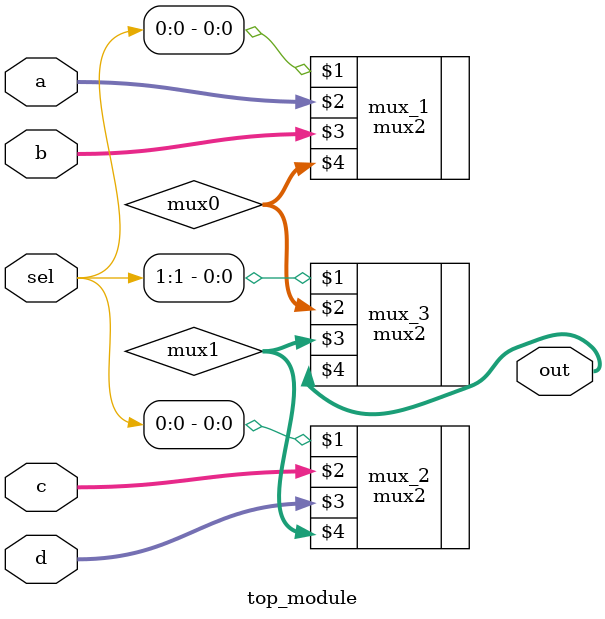
<source format=v>
module top_module (
    input [1:0] sel,
    input [7:0] a,
    input [7:0] b,
    input [7:0] c,
    input [7:0] d,
    output [7:0] out  ); //

    wire [7:0] mux0, mux1;
    mux2 mux_1 ( sel[0],    a,    b, mux0 );
    mux2 mux_2 ( sel[0],    c,    d, mux1 );
    mux2 mux_3 ( sel[1], mux0, mux1, out );

endmodule

</source>
